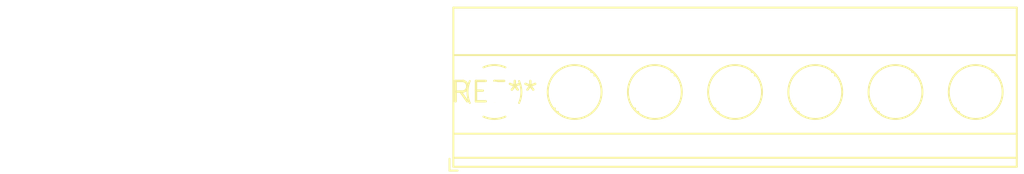
<source format=kicad_pcb>
(kicad_pcb (version 20240108) (generator pcbnew)
  (layers (0 "F.Cu" signal) (31 "B.Cu" signal) (34 "B.Paste" user) (35 "F.Paste" user) (36 "B.SilkS" user "B.Silkscreen") (37 "F.SilkS" user "F.Silkscreen") (38 "B.Mask" user) (39 "F.Mask" user) (44 "Edge.Cuts" user))
  (net 0 "")
  (footprint "TerminalBlock_Phoenix_MKDS-1,5-7_1x07_P5.00mm_Horizontal" (layer "F.Cu") (at 0 0)
    (property "Reference" "REF**")
    (property "Value" "TerminalBlock_Phoenix_MKDS-1,5-7_1x07_P5.00mm_Horizontal")
    (fp_line (start -2.8 4.16) (end -2.8 4.9) (layer "F.SilkS") (stroke (width 0.12)))
    (fp_line (start -2.8 4.9) (end -2.3 4.9) (layer "F.SilkS") (stroke (width 0.12)))
    (fp_line (start -2.56 -5.261) (end -2.56 4.66) (layer "F.SilkS") (stroke (width 0.12)))
    (fp_line (start -2.56 -5.261) (end 32.56 -5.261) (layer "F.SilkS") (stroke (width 0.12)))
    (fp_line (start -2.56 -2.301) (end 32.56 -2.301) (layer "F.SilkS") (stroke (width 0.12)))
    (fp_line (start -2.56 2.6) (end 32.56 2.6) (layer "F.SilkS") (stroke (width 0.12)))
    (fp_line (start -2.56 4.1) (end 32.56 4.1) (layer "F.SilkS") (stroke (width 0.12)))
    (fp_line (start -2.56 4.66) (end 32.56 4.66) (layer "F.SilkS") (stroke (width 0.12)))
    (fp_line (start 3.773 1.023) (end 3.726 1.069) (layer "F.SilkS") (stroke (width 0.12)))
    (fp_line (start 3.966 1.239) (end 3.931 1.274) (layer "F.SilkS") (stroke (width 0.12)))
    (fp_line (start 6.07 -1.275) (end 6.035 -1.239) (layer "F.SilkS") (stroke (width 0.12)))
    (fp_line (start 6.275 -1.069) (end 6.228 -1.023) (layer "F.SilkS") (stroke (width 0.12)))
    (fp_line (start 8.773 1.023) (end 8.726 1.069) (layer "F.SilkS") (stroke (width 0.12)))
    (fp_line (start 8.966 1.239) (end 8.931 1.274) (layer "F.SilkS") (stroke (width 0.12)))
    (fp_line (start 11.07 -1.275) (end 11.035 -1.239) (layer "F.SilkS") (stroke (width 0.12)))
    (fp_line (start 11.275 -1.069) (end 11.228 -1.023) (layer "F.SilkS") (stroke (width 0.12)))
    (fp_line (start 13.773 1.023) (end 13.726 1.069) (layer "F.SilkS") (stroke (width 0.12)))
    (fp_line (start 13.966 1.239) (end 13.931 1.274) (layer "F.SilkS") (stroke (width 0.12)))
    (fp_line (start 16.07 -1.275) (end 16.035 -1.239) (layer "F.SilkS") (stroke (width 0.12)))
    (fp_line (start 16.275 -1.069) (end 16.228 -1.023) (layer "F.SilkS") (stroke (width 0.12)))
    (fp_line (start 18.773 1.023) (end 18.726 1.069) (layer "F.SilkS") (stroke (width 0.12)))
    (fp_line (start 18.966 1.239) (end 18.931 1.274) (layer "F.SilkS") (stroke (width 0.12)))
    (fp_line (start 21.07 -1.275) (end 21.035 -1.239) (layer "F.SilkS") (stroke (width 0.12)))
    (fp_line (start 21.275 -1.069) (end 21.228 -1.023) (layer "F.SilkS") (stroke (width 0.12)))
    (fp_line (start 23.773 1.023) (end 23.726 1.069) (layer "F.SilkS") (stroke (width 0.12)))
    (fp_line (start 23.966 1.239) (end 23.931 1.274) (layer "F.SilkS") (stroke (width 0.12)))
    (fp_line (start 26.07 -1.275) (end 26.035 -1.239) (layer "F.SilkS") (stroke (width 0.12)))
    (fp_line (start 26.275 -1.069) (end 26.228 -1.023) (layer "F.SilkS") (stroke (width 0.12)))
    (fp_line (start 28.773 1.023) (end 28.726 1.069) (layer "F.SilkS") (stroke (width 0.12)))
    (fp_line (start 28.966 1.239) (end 28.931 1.274) (layer "F.SilkS") (stroke (width 0.12)))
    (fp_line (start 31.07 -1.275) (end 31.035 -1.239) (layer "F.SilkS") (stroke (width 0.12)))
    (fp_line (start 31.275 -1.069) (end 31.228 -1.023) (layer "F.SilkS") (stroke (width 0.12)))
    (fp_line (start 32.56 -5.261) (end 32.56 4.66) (layer "F.SilkS") (stroke (width 0.12)))
    (fp_arc (start -1.535427 0.683042) (mid -1.680501 -0.000524) (end -1.535 -0.684) (layer "F.SilkS") (stroke (width 0.12)))
    (fp_arc (start -0.683042 -1.535427) (mid 0.000524 -1.680501) (end 0.684 -1.535) (layer "F.SilkS") (stroke (width 0.12)))
    (fp_arc (start 0.028805 1.680253) (mid -0.335551 1.646659) (end -0.684 1.535) (layer "F.SilkS") (stroke (width 0.12)))
    (fp_arc (start 0.683318 1.534756) (mid 0.349292 1.643288) (end 0 1.68) (layer "F.SilkS") (stroke (width 0.12)))
    (fp_arc (start 1.535427 -0.683042) (mid 1.680501 0.000524) (end 1.535 0.684) (layer "F.SilkS") (stroke (width 0.12)))
    (fp_circle (center 5 0) (end 6.68 0) (layer "F.SilkS") (stroke (width 0.12)) (fill none))
    (fp_circle (center 10 0) (end 11.68 0) (layer "F.SilkS") (stroke (width 0.12)) (fill none))
    (fp_circle (center 15 0) (end 16.68 0) (layer "F.SilkS") (stroke (width 0.12)) (fill none))
    (fp_circle (center 20 0) (end 21.68 0) (layer "F.SilkS") (stroke (width 0.12)) (fill none))
    (fp_circle (center 25 0) (end 26.68 0) (layer "F.SilkS") (stroke (width 0.12)) (fill none))
    (fp_circle (center 30 0) (end 31.68 0) (layer "F.SilkS") (stroke (width 0.12)) (fill none))
    (pad "1" thru_hole rect (at 0 0) (size 2.6 2.6) (drill 1.3) (layers *.Cu *.Mask) (remove_unused_layers))
    (pad "2" thru_hole circle (at 5 0) (size 2.6 2.6) (drill 1.3) (layers *.Cu *.Mask) (remove_unused_layers))
    (pad "3" thru_hole circle (at 10 0) (size 2.6 2.6) (drill 1.3) (layers *.Cu *.Mask) (remove_unused_layers))
    (pad "4" thru_hole circle (at 15 0) (size 2.6 2.6) (drill 1.3) (layers *.Cu *.Mask) (remove_unused_layers))
    (pad "5" thru_hole circle (at 20 0) (size 2.6 2.6) (drill 1.3) (layers *.Cu *.Mask) (remove_unused_layers))
    (pad "6" thru_hole circle (at 25 0) (size 2.6 2.6) (drill 1.3) (layers *.Cu *.Mask) (remove_unused_layers))
    (pad "7" thru_hole circle (at 30 0) (size 2.6 2.6) (drill 1.3) (layers *.Cu *.Mask) (remove_unused_layers))
  )
)
</source>
